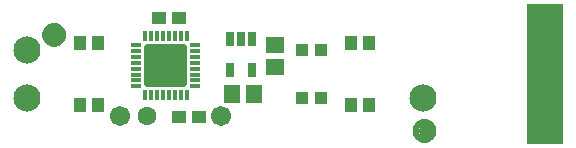
<source format=gbr>
G04 EAGLE Gerber RS-274X export*
G75*
%MOMM*%
%FSLAX34Y34*%
%LPD*%
%INSoldermask Bottom*%
%IPPOS*%
%AMOC8*
5,1,8,0,0,1.08239X$1,22.5*%
G01*
%ADD10R,3.048000X11.938000*%
%ADD11C,1.101600*%
%ADD12C,0.469900*%
%ADD13R,1.341600X1.601600*%
%ADD14R,1.601600X1.341600*%
%ADD15R,1.001600X1.001600*%
%ADD16C,0.468206*%
%ADD17R,0.900000X0.350000*%
%ADD18R,0.350000X0.900000*%
%ADD19C,1.601600*%
%ADD20C,1.701600*%
%ADD21R,1.176600X1.101600*%
%ADD22R,0.651600X1.301600*%
%ADD23R,1.001600X1.301600*%
%ADD24C,2.301600*%


D10*
X501650Y0D03*
D11*
X86360Y33020D03*
D12*
X78860Y33020D02*
X78862Y32839D01*
X78869Y32658D01*
X78880Y32477D01*
X78895Y32296D01*
X78915Y32116D01*
X78939Y31936D01*
X78967Y31757D01*
X79000Y31579D01*
X79037Y31402D01*
X79078Y31225D01*
X79123Y31050D01*
X79173Y30875D01*
X79227Y30702D01*
X79285Y30531D01*
X79347Y30360D01*
X79414Y30192D01*
X79484Y30025D01*
X79558Y29859D01*
X79637Y29696D01*
X79719Y29535D01*
X79805Y29375D01*
X79895Y29218D01*
X79989Y29063D01*
X80086Y28910D01*
X80188Y28760D01*
X80292Y28612D01*
X80401Y28466D01*
X80512Y28324D01*
X80628Y28184D01*
X80746Y28047D01*
X80868Y27912D01*
X80993Y27781D01*
X81121Y27653D01*
X81252Y27528D01*
X81387Y27406D01*
X81524Y27288D01*
X81664Y27172D01*
X81806Y27061D01*
X81952Y26952D01*
X82100Y26848D01*
X82250Y26746D01*
X82403Y26649D01*
X82558Y26555D01*
X82715Y26465D01*
X82875Y26379D01*
X83036Y26297D01*
X83199Y26218D01*
X83365Y26144D01*
X83532Y26074D01*
X83700Y26007D01*
X83871Y25945D01*
X84042Y25887D01*
X84215Y25833D01*
X84390Y25783D01*
X84565Y25738D01*
X84742Y25697D01*
X84919Y25660D01*
X85097Y25627D01*
X85276Y25599D01*
X85456Y25575D01*
X85636Y25555D01*
X85817Y25540D01*
X85998Y25529D01*
X86179Y25522D01*
X86360Y25520D01*
X86541Y25522D01*
X86722Y25529D01*
X86903Y25540D01*
X87084Y25555D01*
X87264Y25575D01*
X87444Y25599D01*
X87623Y25627D01*
X87801Y25660D01*
X87978Y25697D01*
X88155Y25738D01*
X88330Y25783D01*
X88505Y25833D01*
X88678Y25887D01*
X88849Y25945D01*
X89020Y26007D01*
X89188Y26074D01*
X89355Y26144D01*
X89521Y26218D01*
X89684Y26297D01*
X89845Y26379D01*
X90005Y26465D01*
X90162Y26555D01*
X90317Y26649D01*
X90470Y26746D01*
X90620Y26848D01*
X90768Y26952D01*
X90914Y27061D01*
X91056Y27172D01*
X91196Y27288D01*
X91333Y27406D01*
X91468Y27528D01*
X91599Y27653D01*
X91727Y27781D01*
X91852Y27912D01*
X91974Y28047D01*
X92092Y28184D01*
X92208Y28324D01*
X92319Y28466D01*
X92428Y28612D01*
X92532Y28760D01*
X92634Y28910D01*
X92731Y29063D01*
X92825Y29218D01*
X92915Y29375D01*
X93001Y29535D01*
X93083Y29696D01*
X93162Y29859D01*
X93236Y30025D01*
X93306Y30192D01*
X93373Y30360D01*
X93435Y30531D01*
X93493Y30702D01*
X93547Y30875D01*
X93597Y31050D01*
X93642Y31225D01*
X93683Y31402D01*
X93720Y31579D01*
X93753Y31757D01*
X93781Y31936D01*
X93805Y32116D01*
X93825Y32296D01*
X93840Y32477D01*
X93851Y32658D01*
X93858Y32839D01*
X93860Y33020D01*
X93858Y33201D01*
X93851Y33382D01*
X93840Y33563D01*
X93825Y33744D01*
X93805Y33924D01*
X93781Y34104D01*
X93753Y34283D01*
X93720Y34461D01*
X93683Y34638D01*
X93642Y34815D01*
X93597Y34990D01*
X93547Y35165D01*
X93493Y35338D01*
X93435Y35509D01*
X93373Y35680D01*
X93306Y35848D01*
X93236Y36015D01*
X93162Y36181D01*
X93083Y36344D01*
X93001Y36505D01*
X92915Y36665D01*
X92825Y36822D01*
X92731Y36977D01*
X92634Y37130D01*
X92532Y37280D01*
X92428Y37428D01*
X92319Y37574D01*
X92208Y37716D01*
X92092Y37856D01*
X91974Y37993D01*
X91852Y38128D01*
X91727Y38259D01*
X91599Y38387D01*
X91468Y38512D01*
X91333Y38634D01*
X91196Y38752D01*
X91056Y38868D01*
X90914Y38979D01*
X90768Y39088D01*
X90620Y39192D01*
X90470Y39294D01*
X90317Y39391D01*
X90162Y39485D01*
X90005Y39575D01*
X89845Y39661D01*
X89684Y39743D01*
X89521Y39822D01*
X89355Y39896D01*
X89188Y39966D01*
X89020Y40033D01*
X88849Y40095D01*
X88678Y40153D01*
X88505Y40207D01*
X88330Y40257D01*
X88155Y40302D01*
X87978Y40343D01*
X87801Y40380D01*
X87623Y40413D01*
X87444Y40441D01*
X87264Y40465D01*
X87084Y40485D01*
X86903Y40500D01*
X86722Y40511D01*
X86541Y40518D01*
X86360Y40520D01*
X86179Y40518D01*
X85998Y40511D01*
X85817Y40500D01*
X85636Y40485D01*
X85456Y40465D01*
X85276Y40441D01*
X85097Y40413D01*
X84919Y40380D01*
X84742Y40343D01*
X84565Y40302D01*
X84390Y40257D01*
X84215Y40207D01*
X84042Y40153D01*
X83871Y40095D01*
X83700Y40033D01*
X83532Y39966D01*
X83365Y39896D01*
X83199Y39822D01*
X83036Y39743D01*
X82875Y39661D01*
X82715Y39575D01*
X82558Y39485D01*
X82403Y39391D01*
X82250Y39294D01*
X82100Y39192D01*
X81952Y39088D01*
X81806Y38979D01*
X81664Y38868D01*
X81524Y38752D01*
X81387Y38634D01*
X81252Y38512D01*
X81121Y38387D01*
X80993Y38259D01*
X80868Y38128D01*
X80746Y37993D01*
X80628Y37856D01*
X80512Y37716D01*
X80401Y37574D01*
X80292Y37428D01*
X80188Y37280D01*
X80086Y37130D01*
X79989Y36977D01*
X79895Y36822D01*
X79805Y36665D01*
X79719Y36505D01*
X79637Y36344D01*
X79558Y36181D01*
X79484Y36015D01*
X79414Y35848D01*
X79347Y35680D01*
X79285Y35509D01*
X79227Y35338D01*
X79173Y35165D01*
X79123Y34990D01*
X79078Y34815D01*
X79037Y34638D01*
X79000Y34461D01*
X78967Y34283D01*
X78939Y34104D01*
X78915Y33924D01*
X78895Y33744D01*
X78880Y33563D01*
X78869Y33382D01*
X78862Y33201D01*
X78860Y33020D01*
D11*
X399923Y-48260D03*
D12*
X392423Y-48260D02*
X392425Y-48441D01*
X392432Y-48622D01*
X392443Y-48803D01*
X392458Y-48984D01*
X392478Y-49164D01*
X392502Y-49344D01*
X392530Y-49523D01*
X392563Y-49701D01*
X392600Y-49878D01*
X392641Y-50055D01*
X392686Y-50230D01*
X392736Y-50405D01*
X392790Y-50578D01*
X392848Y-50749D01*
X392910Y-50920D01*
X392977Y-51088D01*
X393047Y-51255D01*
X393121Y-51421D01*
X393200Y-51584D01*
X393282Y-51745D01*
X393368Y-51905D01*
X393458Y-52062D01*
X393552Y-52217D01*
X393649Y-52370D01*
X393751Y-52520D01*
X393855Y-52668D01*
X393964Y-52814D01*
X394075Y-52956D01*
X394191Y-53096D01*
X394309Y-53233D01*
X394431Y-53368D01*
X394556Y-53499D01*
X394684Y-53627D01*
X394815Y-53752D01*
X394950Y-53874D01*
X395087Y-53992D01*
X395227Y-54108D01*
X395369Y-54219D01*
X395515Y-54328D01*
X395663Y-54432D01*
X395813Y-54534D01*
X395966Y-54631D01*
X396121Y-54725D01*
X396278Y-54815D01*
X396438Y-54901D01*
X396599Y-54983D01*
X396762Y-55062D01*
X396928Y-55136D01*
X397095Y-55206D01*
X397263Y-55273D01*
X397434Y-55335D01*
X397605Y-55393D01*
X397778Y-55447D01*
X397953Y-55497D01*
X398128Y-55542D01*
X398305Y-55583D01*
X398482Y-55620D01*
X398660Y-55653D01*
X398839Y-55681D01*
X399019Y-55705D01*
X399199Y-55725D01*
X399380Y-55740D01*
X399561Y-55751D01*
X399742Y-55758D01*
X399923Y-55760D01*
X400104Y-55758D01*
X400285Y-55751D01*
X400466Y-55740D01*
X400647Y-55725D01*
X400827Y-55705D01*
X401007Y-55681D01*
X401186Y-55653D01*
X401364Y-55620D01*
X401541Y-55583D01*
X401718Y-55542D01*
X401893Y-55497D01*
X402068Y-55447D01*
X402241Y-55393D01*
X402412Y-55335D01*
X402583Y-55273D01*
X402751Y-55206D01*
X402918Y-55136D01*
X403084Y-55062D01*
X403247Y-54983D01*
X403408Y-54901D01*
X403568Y-54815D01*
X403725Y-54725D01*
X403880Y-54631D01*
X404033Y-54534D01*
X404183Y-54432D01*
X404331Y-54328D01*
X404477Y-54219D01*
X404619Y-54108D01*
X404759Y-53992D01*
X404896Y-53874D01*
X405031Y-53752D01*
X405162Y-53627D01*
X405290Y-53499D01*
X405415Y-53368D01*
X405537Y-53233D01*
X405655Y-53096D01*
X405771Y-52956D01*
X405882Y-52814D01*
X405991Y-52668D01*
X406095Y-52520D01*
X406197Y-52370D01*
X406294Y-52217D01*
X406388Y-52062D01*
X406478Y-51905D01*
X406564Y-51745D01*
X406646Y-51584D01*
X406725Y-51421D01*
X406799Y-51255D01*
X406869Y-51088D01*
X406936Y-50920D01*
X406998Y-50749D01*
X407056Y-50578D01*
X407110Y-50405D01*
X407160Y-50230D01*
X407205Y-50055D01*
X407246Y-49878D01*
X407283Y-49701D01*
X407316Y-49523D01*
X407344Y-49344D01*
X407368Y-49164D01*
X407388Y-48984D01*
X407403Y-48803D01*
X407414Y-48622D01*
X407421Y-48441D01*
X407423Y-48260D01*
X407421Y-48079D01*
X407414Y-47898D01*
X407403Y-47717D01*
X407388Y-47536D01*
X407368Y-47356D01*
X407344Y-47176D01*
X407316Y-46997D01*
X407283Y-46819D01*
X407246Y-46642D01*
X407205Y-46465D01*
X407160Y-46290D01*
X407110Y-46115D01*
X407056Y-45942D01*
X406998Y-45771D01*
X406936Y-45600D01*
X406869Y-45432D01*
X406799Y-45265D01*
X406725Y-45099D01*
X406646Y-44936D01*
X406564Y-44775D01*
X406478Y-44615D01*
X406388Y-44458D01*
X406294Y-44303D01*
X406197Y-44150D01*
X406095Y-44000D01*
X405991Y-43852D01*
X405882Y-43706D01*
X405771Y-43564D01*
X405655Y-43424D01*
X405537Y-43287D01*
X405415Y-43152D01*
X405290Y-43021D01*
X405162Y-42893D01*
X405031Y-42768D01*
X404896Y-42646D01*
X404759Y-42528D01*
X404619Y-42412D01*
X404477Y-42301D01*
X404331Y-42192D01*
X404183Y-42088D01*
X404033Y-41986D01*
X403880Y-41889D01*
X403725Y-41795D01*
X403568Y-41705D01*
X403408Y-41619D01*
X403247Y-41537D01*
X403084Y-41458D01*
X402918Y-41384D01*
X402751Y-41314D01*
X402583Y-41247D01*
X402412Y-41185D01*
X402241Y-41127D01*
X402068Y-41073D01*
X401893Y-41023D01*
X401718Y-40978D01*
X401541Y-40937D01*
X401364Y-40900D01*
X401186Y-40867D01*
X401007Y-40839D01*
X400827Y-40815D01*
X400647Y-40795D01*
X400466Y-40780D01*
X400285Y-40769D01*
X400104Y-40762D01*
X399923Y-40760D01*
X399742Y-40762D01*
X399561Y-40769D01*
X399380Y-40780D01*
X399199Y-40795D01*
X399019Y-40815D01*
X398839Y-40839D01*
X398660Y-40867D01*
X398482Y-40900D01*
X398305Y-40937D01*
X398128Y-40978D01*
X397953Y-41023D01*
X397778Y-41073D01*
X397605Y-41127D01*
X397434Y-41185D01*
X397263Y-41247D01*
X397095Y-41314D01*
X396928Y-41384D01*
X396762Y-41458D01*
X396599Y-41537D01*
X396438Y-41619D01*
X396278Y-41705D01*
X396121Y-41795D01*
X395966Y-41889D01*
X395813Y-41986D01*
X395663Y-42088D01*
X395515Y-42192D01*
X395369Y-42301D01*
X395227Y-42412D01*
X395087Y-42528D01*
X394950Y-42646D01*
X394815Y-42768D01*
X394684Y-42893D01*
X394556Y-43021D01*
X394431Y-43152D01*
X394309Y-43287D01*
X394191Y-43424D01*
X394075Y-43564D01*
X393964Y-43706D01*
X393855Y-43852D01*
X393751Y-44000D01*
X393649Y-44150D01*
X393552Y-44303D01*
X393458Y-44458D01*
X393368Y-44615D01*
X393282Y-44775D01*
X393200Y-44936D01*
X393121Y-45099D01*
X393047Y-45265D01*
X392977Y-45432D01*
X392910Y-45600D01*
X392848Y-45771D01*
X392790Y-45942D01*
X392736Y-46115D01*
X392686Y-46290D01*
X392641Y-46465D01*
X392600Y-46642D01*
X392563Y-46819D01*
X392530Y-46997D01*
X392502Y-47176D01*
X392478Y-47356D01*
X392458Y-47536D01*
X392443Y-47717D01*
X392432Y-47898D01*
X392425Y-48079D01*
X392423Y-48260D01*
D13*
X236880Y-17145D03*
X255880Y-17145D03*
D14*
X273050Y24740D03*
X273050Y5740D03*
D15*
X296165Y-20500D03*
X312165Y-20500D03*
X312165Y20500D03*
X296165Y20500D03*
D16*
X196642Y-8682D02*
X165308Y-8682D01*
X165308Y22652D01*
X196642Y22652D01*
X196642Y-8682D01*
X196642Y-4234D02*
X165308Y-4234D01*
X165308Y214D02*
X196642Y214D01*
X196642Y4662D02*
X165308Y4662D01*
X165308Y9110D02*
X196642Y9110D01*
X196642Y13558D02*
X165308Y13558D01*
X165308Y18006D02*
X196642Y18006D01*
X196642Y22454D02*
X165308Y22454D01*
D17*
X155975Y-10515D03*
X155975Y-5515D03*
X155975Y-515D03*
X155975Y4485D03*
X155975Y9485D03*
X155975Y14485D03*
X155975Y19485D03*
X155975Y24485D03*
D18*
X163475Y31985D03*
X168475Y31985D03*
X173475Y31985D03*
X178475Y31985D03*
X183475Y31985D03*
X188475Y31985D03*
X193475Y31985D03*
X198475Y31985D03*
D17*
X205975Y24485D03*
X205975Y19485D03*
X205975Y14485D03*
X205975Y9485D03*
X205975Y4485D03*
X205975Y-515D03*
X205975Y-5515D03*
X205975Y-10515D03*
D18*
X198475Y-18015D03*
X193475Y-18015D03*
X188475Y-18015D03*
X183475Y-18015D03*
X178475Y-18015D03*
X173475Y-18015D03*
X168475Y-18015D03*
X163475Y-18015D03*
D19*
X165100Y-35560D03*
D20*
X142240Y-35560D03*
D21*
X175015Y46990D03*
X192015Y46990D03*
D22*
X234975Y29511D03*
X244475Y29511D03*
X253975Y29511D03*
X253975Y3509D03*
X234975Y3509D03*
D21*
X192160Y-36195D03*
X209160Y-36195D03*
D20*
X227330Y-35560D03*
D23*
X108070Y-26500D03*
X123070Y-26500D03*
X108070Y26500D03*
X123070Y26500D03*
X352940Y26500D03*
X337940Y26500D03*
X352940Y-26500D03*
X337940Y-26500D03*
D24*
X63640Y20000D03*
X63640Y-20000D03*
X398640Y-20000D03*
M02*

</source>
